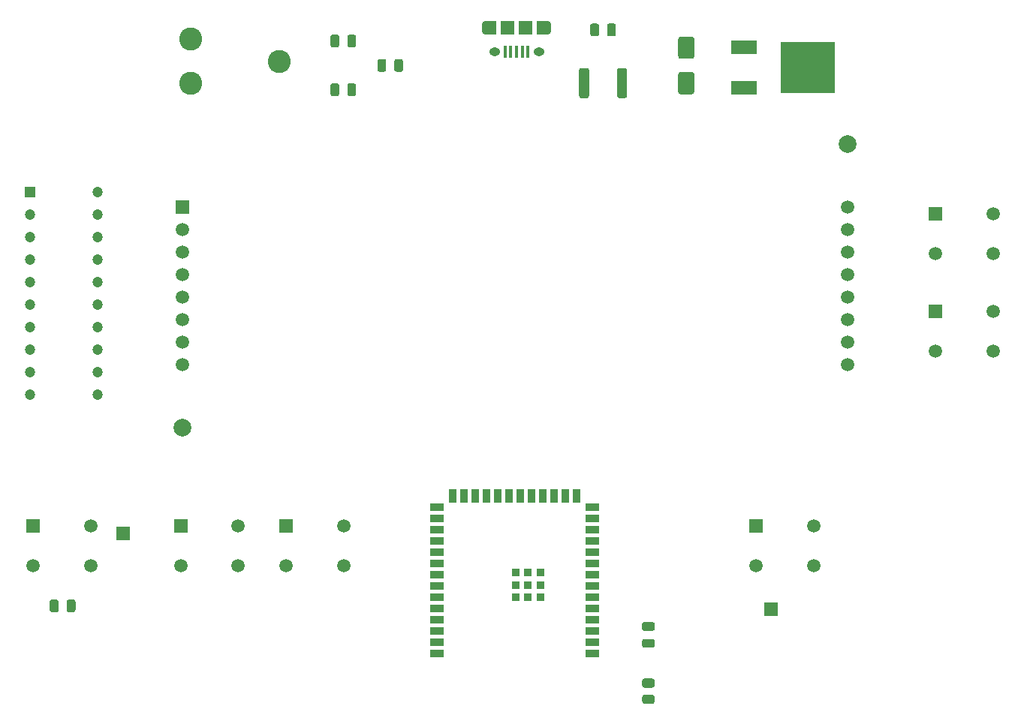
<source format=gbr>
%TF.GenerationSoftware,KiCad,Pcbnew,7.0.1-0*%
%TF.CreationDate,2023-04-17T19:08:21-07:00*%
%TF.ProjectId,msp-debugger,6d73702d-6465-4627-9567-6765722e6b69,rev?*%
%TF.SameCoordinates,Original*%
%TF.FileFunction,Soldermask,Top*%
%TF.FilePolarity,Negative*%
%FSLAX46Y46*%
G04 Gerber Fmt 4.6, Leading zero omitted, Abs format (unit mm)*
G04 Created by KiCad (PCBNEW 7.0.1-0) date 2023-04-17 19:08:21*
%MOMM*%
%LPD*%
G01*
G04 APERTURE LIST*
%ADD10R,1.508000X1.508000*%
%ADD11C,1.508000*%
%ADD12R,1.500000X1.500000*%
%ADD13R,0.400000X1.350000*%
%ADD14O,0.890000X1.550000*%
%ADD15R,1.200000X1.550000*%
%ADD16O,1.250000X0.950000*%
%ADD17R,1.500000X1.550000*%
%ADD18R,1.500000X0.900000*%
%ADD19R,0.900000X1.500000*%
%ADD20R,0.900000X0.900000*%
%ADD21C,2.600000*%
%ADD22R,3.000000X1.600000*%
%ADD23R,6.200000X5.800000*%
%ADD24C,2.000000*%
%ADD25C,1.500000*%
%ADD26R,1.200000X1.200000*%
%ADD27C,1.200000*%
G04 APERTURE END LIST*
%TO.C,R1*%
G36*
G01*
X155320000Y-136045000D02*
X154420000Y-136045000D01*
G75*
G02*
X154170000Y-135795000I0J250000D01*
G01*
X154170000Y-135270000D01*
G75*
G02*
X154420000Y-135020000I250000J0D01*
G01*
X155320000Y-135020000D01*
G75*
G02*
X155570000Y-135270000I0J-250000D01*
G01*
X155570000Y-135795000D01*
G75*
G02*
X155320000Y-136045000I-250000J0D01*
G01*
G37*
G36*
G01*
X155320000Y-134220000D02*
X154420000Y-134220000D01*
G75*
G02*
X154170000Y-133970000I0J250000D01*
G01*
X154170000Y-133445000D01*
G75*
G02*
X154420000Y-133195000I250000J0D01*
G01*
X155320000Y-133195000D01*
G75*
G02*
X155570000Y-133445000I0J-250000D01*
G01*
X155570000Y-133970000D01*
G75*
G02*
X155320000Y-134220000I-250000J0D01*
G01*
G37*
%TD*%
D10*
%TO.C,UP1*%
X187250000Y-80750000D03*
D11*
X187250000Y-85250000D03*
X193750000Y-80750000D03*
X193750000Y-85250000D03*
%TD*%
D12*
%TO.C,TP1*%
X168656000Y-125349000D03*
%TD*%
D10*
%TO.C,RETURN1*%
X114000000Y-116000000D03*
D11*
X114000000Y-120500000D03*
X120500000Y-116000000D03*
X120500000Y-120500000D03*
%TD*%
D10*
%TO.C,SET1*%
X102110000Y-116000000D03*
D11*
X102110000Y-120500000D03*
X108610000Y-116000000D03*
X108610000Y-120500000D03*
%TD*%
D13*
%TO.C,J1*%
X141300000Y-62450000D03*
X140650000Y-62450000D03*
X140000000Y-62450000D03*
X139350000Y-62450000D03*
X138700000Y-62450000D03*
D14*
X143500000Y-59750000D03*
D15*
X142900000Y-59750000D03*
D16*
X142500000Y-62450000D03*
D17*
X141000000Y-59750000D03*
X139000000Y-59750000D03*
D16*
X137500000Y-62450000D03*
D15*
X137100000Y-59750000D03*
D14*
X136500000Y-59750000D03*
%TD*%
%TO.C,C4*%
G36*
G01*
X151200000Y-59525000D02*
X151200000Y-60475000D01*
G75*
G02*
X150950000Y-60725000I-250000J0D01*
G01*
X150450000Y-60725000D01*
G75*
G02*
X150200000Y-60475000I0J250000D01*
G01*
X150200000Y-59525000D01*
G75*
G02*
X150450000Y-59275000I250000J0D01*
G01*
X150950000Y-59275000D01*
G75*
G02*
X151200000Y-59525000I0J-250000D01*
G01*
G37*
G36*
G01*
X149300000Y-59525000D02*
X149300000Y-60475000D01*
G75*
G02*
X149050000Y-60725000I-250000J0D01*
G01*
X148550000Y-60725000D01*
G75*
G02*
X148300000Y-60475000I0J250000D01*
G01*
X148300000Y-59525000D01*
G75*
G02*
X148550000Y-59275000I250000J0D01*
G01*
X149050000Y-59275000D01*
G75*
G02*
X149300000Y-59525000I0J-250000D01*
G01*
G37*
%TD*%
D18*
%TO.C,U1*%
X148520000Y-130360000D03*
X148520000Y-129090000D03*
X148520000Y-127820000D03*
X148520000Y-126550000D03*
X148520000Y-125280000D03*
X148520000Y-124010000D03*
X148520000Y-122740000D03*
X148520000Y-121470000D03*
X148520000Y-120200000D03*
X148520000Y-118930000D03*
X148520000Y-117660000D03*
X148520000Y-116390000D03*
X148520000Y-115120000D03*
X148520000Y-113850000D03*
D19*
X146755000Y-112600000D03*
X145485000Y-112600000D03*
X144215000Y-112600000D03*
X142945000Y-112600000D03*
X141675000Y-112600000D03*
X140405000Y-112600000D03*
X139135000Y-112600000D03*
X137865000Y-112600000D03*
X136595000Y-112600000D03*
X135325000Y-112600000D03*
X134055000Y-112600000D03*
X132785000Y-112600000D03*
D18*
X131020000Y-113850000D03*
X131020000Y-115120000D03*
X131020000Y-116390000D03*
X131020000Y-117660000D03*
X131020000Y-118930000D03*
X131020000Y-120200000D03*
X131020000Y-121470000D03*
X131020000Y-122740000D03*
X131020000Y-124010000D03*
X131020000Y-125280000D03*
X131020000Y-126550000D03*
X131020000Y-127820000D03*
X131020000Y-129090000D03*
X131020000Y-130360000D03*
D20*
X142670000Y-124040000D03*
X142670000Y-122640000D03*
X142670000Y-121240000D03*
X141270000Y-124040000D03*
X141270000Y-122640000D03*
X141270000Y-121240000D03*
X139870000Y-124040000D03*
X139870000Y-122640000D03*
X139870000Y-121240000D03*
%TD*%
%TO.C,C5*%
G36*
G01*
X155345000Y-129720000D02*
X154395000Y-129720000D01*
G75*
G02*
X154145000Y-129470000I0J250000D01*
G01*
X154145000Y-128970000D01*
G75*
G02*
X154395000Y-128720000I250000J0D01*
G01*
X155345000Y-128720000D01*
G75*
G02*
X155595000Y-128970000I0J-250000D01*
G01*
X155595000Y-129470000D01*
G75*
G02*
X155345000Y-129720000I-250000J0D01*
G01*
G37*
G36*
G01*
X155345000Y-127820000D02*
X154395000Y-127820000D01*
G75*
G02*
X154145000Y-127570000I0J250000D01*
G01*
X154145000Y-127070000D01*
G75*
G02*
X154395000Y-126820000I250000J0D01*
G01*
X155345000Y-126820000D01*
G75*
G02*
X155595000Y-127070000I0J-250000D01*
G01*
X155595000Y-127570000D01*
G75*
G02*
X155345000Y-127820000I-250000J0D01*
G01*
G37*
%TD*%
%TO.C,C2*%
G36*
G01*
X119000000Y-67225000D02*
X119000000Y-66275000D01*
G75*
G02*
X119250000Y-66025000I250000J0D01*
G01*
X119750000Y-66025000D01*
G75*
G02*
X120000000Y-66275000I0J-250000D01*
G01*
X120000000Y-67225000D01*
G75*
G02*
X119750000Y-67475000I-250000J0D01*
G01*
X119250000Y-67475000D01*
G75*
G02*
X119000000Y-67225000I0J250000D01*
G01*
G37*
G36*
G01*
X120900000Y-67225000D02*
X120900000Y-66275000D01*
G75*
G02*
X121150000Y-66025000I250000J0D01*
G01*
X121650000Y-66025000D01*
G75*
G02*
X121900000Y-66275000I0J-250000D01*
G01*
X121900000Y-67225000D01*
G75*
G02*
X121650000Y-67475000I-250000J0D01*
G01*
X121150000Y-67475000D01*
G75*
G02*
X120900000Y-67225000I0J250000D01*
G01*
G37*
%TD*%
D12*
%TO.C,TP2*%
X95631000Y-116840000D03*
%TD*%
D10*
%TO.C,ESP_PROGRAM1*%
X85500000Y-116000000D03*
D11*
X85500000Y-120500000D03*
X92000000Y-116000000D03*
X92000000Y-120500000D03*
%TD*%
D21*
%TO.C,RV1*%
X103250000Y-61040000D03*
X113250000Y-63540000D03*
X103250000Y-66040000D03*
%TD*%
%TO.C,C1*%
G36*
G01*
X119000000Y-61725000D02*
X119000000Y-60775000D01*
G75*
G02*
X119250000Y-60525000I250000J0D01*
G01*
X119750000Y-60525000D01*
G75*
G02*
X120000000Y-60775000I0J-250000D01*
G01*
X120000000Y-61725000D01*
G75*
G02*
X119750000Y-61975000I-250000J0D01*
G01*
X119250000Y-61975000D01*
G75*
G02*
X119000000Y-61725000I0J250000D01*
G01*
G37*
G36*
G01*
X120900000Y-61725000D02*
X120900000Y-60775000D01*
G75*
G02*
X121150000Y-60525000I250000J0D01*
G01*
X121650000Y-60525000D01*
G75*
G02*
X121900000Y-60775000I0J-250000D01*
G01*
X121900000Y-61725000D01*
G75*
G02*
X121650000Y-61975000I-250000J0D01*
G01*
X121150000Y-61975000D01*
G75*
G02*
X120900000Y-61725000I0J250000D01*
G01*
G37*
%TD*%
%TO.C,C3*%
G36*
G01*
X124300000Y-64475000D02*
X124300000Y-63525000D01*
G75*
G02*
X124550000Y-63275000I250000J0D01*
G01*
X125050000Y-63275000D01*
G75*
G02*
X125300000Y-63525000I0J-250000D01*
G01*
X125300000Y-64475000D01*
G75*
G02*
X125050000Y-64725000I-250000J0D01*
G01*
X124550000Y-64725000D01*
G75*
G02*
X124300000Y-64475000I0J250000D01*
G01*
G37*
G36*
G01*
X126200000Y-64475000D02*
X126200000Y-63525000D01*
G75*
G02*
X126450000Y-63275000I250000J0D01*
G01*
X126950000Y-63275000D01*
G75*
G02*
X127200000Y-63525000I0J-250000D01*
G01*
X127200000Y-64475000D01*
G75*
G02*
X126950000Y-64725000I-250000J0D01*
G01*
X126450000Y-64725000D01*
G75*
G02*
X126200000Y-64475000I0J250000D01*
G01*
G37*
%TD*%
%TO.C,D1*%
G36*
G01*
X158481000Y-60750000D02*
X159781000Y-60750000D01*
G75*
G02*
X160031000Y-61000000I0J-250000D01*
G01*
X160031000Y-63000000D01*
G75*
G02*
X159781000Y-63250000I-250000J0D01*
G01*
X158481000Y-63250000D01*
G75*
G02*
X158231000Y-63000000I0J250000D01*
G01*
X158231000Y-61000000D01*
G75*
G02*
X158481000Y-60750000I250000J0D01*
G01*
G37*
G36*
G01*
X158481000Y-64750000D02*
X159781000Y-64750000D01*
G75*
G02*
X160031000Y-65000000I0J-250000D01*
G01*
X160031000Y-67000000D01*
G75*
G02*
X159781000Y-67250000I-250000J0D01*
G01*
X158481000Y-67250000D01*
G75*
G02*
X158231000Y-67000000I0J250000D01*
G01*
X158231000Y-65000000D01*
G75*
G02*
X158481000Y-64750000I250000J0D01*
G01*
G37*
%TD*%
D22*
%TO.C,U3*%
X165670000Y-61965000D03*
X165670000Y-66535000D03*
D23*
X172840000Y-64250000D03*
%TD*%
D24*
%TO.C,U2*%
X102342500Y-104900000D03*
X177342500Y-72900000D03*
D12*
X102342500Y-80010000D03*
D25*
X102342500Y-82550000D03*
X102342500Y-85090000D03*
X102342500Y-87630000D03*
X102342500Y-90170000D03*
X102342500Y-92710000D03*
X102342500Y-95250000D03*
X102342500Y-97790000D03*
X177342500Y-80010000D03*
X177342500Y-82550000D03*
X177342500Y-85090000D03*
X177342500Y-87630000D03*
X177342500Y-90170000D03*
X177342500Y-92710000D03*
X177342500Y-95250000D03*
X177342500Y-97790000D03*
%TD*%
D26*
%TO.C,J2*%
X85090000Y-78290000D03*
D27*
X85090000Y-80830000D03*
X85090000Y-83370000D03*
X85090000Y-85910000D03*
X85090000Y-88450000D03*
X85090000Y-90990000D03*
X85090000Y-93530000D03*
X85090000Y-96070000D03*
X85090000Y-98610000D03*
X85090000Y-101150000D03*
X92710000Y-101150000D03*
X92710000Y-98610000D03*
X92710000Y-96070000D03*
X92710000Y-93530000D03*
X92710000Y-90990000D03*
X92710000Y-88450000D03*
X92710000Y-85910000D03*
X92710000Y-83370000D03*
X92710000Y-80830000D03*
X92710000Y-78290000D03*
%TD*%
%TO.C,C6*%
G36*
G01*
X90250000Y-124525000D02*
X90250000Y-125475000D01*
G75*
G02*
X90000000Y-125725000I-250000J0D01*
G01*
X89500000Y-125725000D01*
G75*
G02*
X89250000Y-125475000I0J250000D01*
G01*
X89250000Y-124525000D01*
G75*
G02*
X89500000Y-124275000I250000J0D01*
G01*
X90000000Y-124275000D01*
G75*
G02*
X90250000Y-124525000I0J-250000D01*
G01*
G37*
G36*
G01*
X88350000Y-124525000D02*
X88350000Y-125475000D01*
G75*
G02*
X88100000Y-125725000I-250000J0D01*
G01*
X87600000Y-125725000D01*
G75*
G02*
X87350000Y-125475000I0J250000D01*
G01*
X87350000Y-124525000D01*
G75*
G02*
X87600000Y-124275000I250000J0D01*
G01*
X88100000Y-124275000D01*
G75*
G02*
X88350000Y-124525000I0J-250000D01*
G01*
G37*
%TD*%
D10*
%TO.C,ESP_ENABLE1*%
X167000000Y-116000000D03*
D11*
X167000000Y-120500000D03*
X173500000Y-116000000D03*
X173500000Y-120500000D03*
%TD*%
%TO.C,F1*%
G36*
G01*
X147050000Y-67450000D02*
X147050000Y-64550000D01*
G75*
G02*
X147300000Y-64300000I250000J0D01*
G01*
X147925000Y-64300000D01*
G75*
G02*
X148175000Y-64550000I0J-250000D01*
G01*
X148175000Y-67450000D01*
G75*
G02*
X147925000Y-67700000I-250000J0D01*
G01*
X147300000Y-67700000D01*
G75*
G02*
X147050000Y-67450000I0J250000D01*
G01*
G37*
G36*
G01*
X151325000Y-67450000D02*
X151325000Y-64550000D01*
G75*
G02*
X151575000Y-64300000I250000J0D01*
G01*
X152200000Y-64300000D01*
G75*
G02*
X152450000Y-64550000I0J-250000D01*
G01*
X152450000Y-67450000D01*
G75*
G02*
X152200000Y-67700000I-250000J0D01*
G01*
X151575000Y-67700000D01*
G75*
G02*
X151325000Y-67450000I0J250000D01*
G01*
G37*
%TD*%
D10*
%TO.C,DOWN1*%
X187250000Y-91730000D03*
D11*
X187250000Y-96230000D03*
X193750000Y-91730000D03*
X193750000Y-96230000D03*
%TD*%
M02*

</source>
